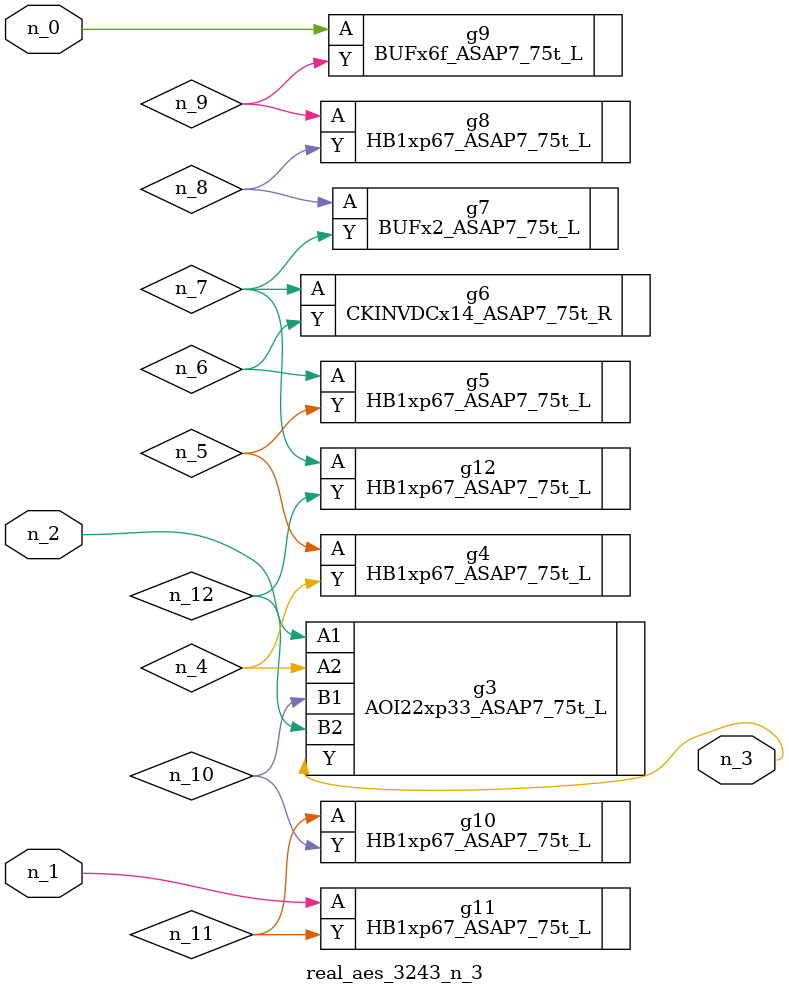
<source format=v>
module real_aes_3243_n_3 (n_0, n_2, n_1, n_3);
input n_0;
input n_2;
input n_1;
output n_3;
wire n_4;
wire n_5;
wire n_7;
wire n_8;
wire n_12;
wire n_6;
wire n_9;
wire n_10;
wire n_11;
BUFx6f_ASAP7_75t_L g9 ( .A(n_0), .Y(n_9) );
HB1xp67_ASAP7_75t_L g11 ( .A(n_1), .Y(n_11) );
AOI22xp33_ASAP7_75t_L g3 ( .A1(n_2), .A2(n_4), .B1(n_10), .B2(n_12), .Y(n_3) );
HB1xp67_ASAP7_75t_L g4 ( .A(n_5), .Y(n_4) );
HB1xp67_ASAP7_75t_L g5 ( .A(n_6), .Y(n_5) );
CKINVDCx14_ASAP7_75t_R g6 ( .A(n_7), .Y(n_6) );
HB1xp67_ASAP7_75t_L g12 ( .A(n_7), .Y(n_12) );
BUFx2_ASAP7_75t_L g7 ( .A(n_8), .Y(n_7) );
HB1xp67_ASAP7_75t_L g8 ( .A(n_9), .Y(n_8) );
HB1xp67_ASAP7_75t_L g10 ( .A(n_11), .Y(n_10) );
endmodule
</source>
